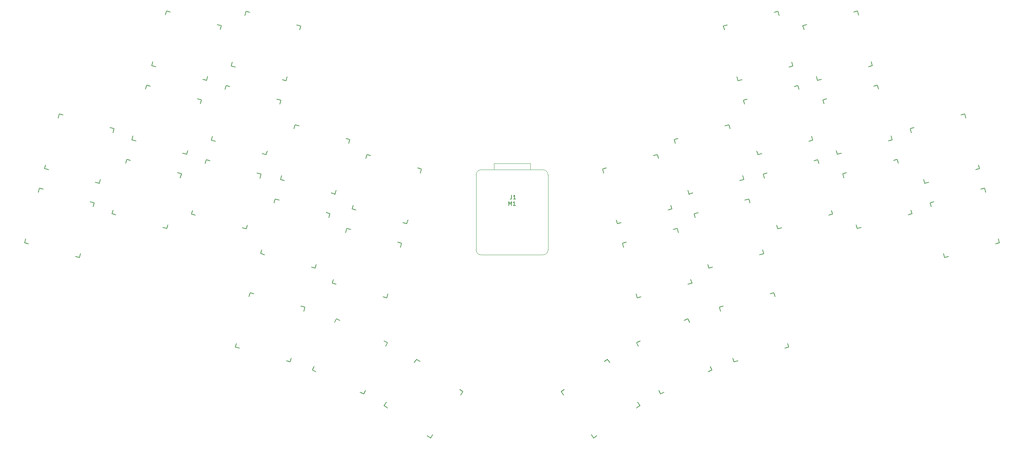
<source format=gbr>
%TF.GenerationSoftware,KiCad,Pcbnew,(6.0.0)*%
%TF.CreationDate,2022-07-11T00:19:46-07:00*%
%TF.ProjectId,greenthumb,67726565-6e74-4687-956d-622e6b696361,rev?*%
%TF.SameCoordinates,Original*%
%TF.FileFunction,Legend,Top*%
%TF.FilePolarity,Positive*%
%FSLAX46Y46*%
G04 Gerber Fmt 4.6, Leading zero omitted, Abs format (unit mm)*
G04 Created by KiCad (PCBNEW (6.0.0)) date 2022-07-11 00:19:46*
%MOMM*%
%LPD*%
G01*
G04 APERTURE LIST*
%ADD10C,0.150000*%
%ADD11C,0.120000*%
G04 APERTURE END LIST*
D10*
%TO.C,*%
%TO.C,J1*%
X148813978Y-74599121D02*
X148813978Y-75313407D01*
X148766359Y-75456264D01*
X148671121Y-75551502D01*
X148528264Y-75599121D01*
X148433026Y-75599121D01*
X149813978Y-75599121D02*
X149242550Y-75599121D01*
X149528264Y-75599121D02*
X149528264Y-74599121D01*
X149433026Y-74741979D01*
X149337788Y-74837217D01*
X149242550Y-74884836D01*
%TO.C,*%
%TO.C,M1*%
X148107790Y-77163122D02*
X148107790Y-76163122D01*
X148441123Y-76877408D01*
X148774456Y-76163122D01*
X148774456Y-77163122D01*
X149774456Y-77163122D02*
X149203028Y-77163122D01*
X149488742Y-77163122D02*
X149488742Y-76163122D01*
X149393504Y-76305980D01*
X149298266Y-76401218D01*
X149203028Y-76448837D01*
%TO.C,SW22*%
X63579501Y-82873378D02*
X62613576Y-82614559D01*
X50056540Y-79249911D02*
X50315359Y-78283986D01*
X53421187Y-66692876D02*
X53680007Y-65726950D01*
X62613576Y-82614559D02*
X63579501Y-82873378D01*
X54645932Y-65985769D02*
X53680007Y-65726950D01*
X67202968Y-69350417D02*
X66237042Y-69091597D01*
X63838321Y-81907452D02*
X63579501Y-82873378D01*
X50056540Y-79249911D02*
X51022466Y-79508731D01*
X67202968Y-69350417D02*
X66944149Y-70316342D01*
%TO.C,SW33*%
X97696492Y-102367753D02*
X97437673Y-103333678D01*
X94073025Y-115890714D02*
X93107100Y-115631895D01*
X83914711Y-99710212D02*
X84173531Y-98744286D01*
X80550064Y-112267247D02*
X80808883Y-111301322D01*
X94331845Y-114924788D02*
X94073025Y-115890714D01*
X80550064Y-112267247D02*
X81515990Y-112526067D01*
X85139456Y-99003105D02*
X84173531Y-98744286D01*
X97696492Y-102367753D02*
X96730566Y-102108933D01*
X93107100Y-115631895D02*
X94073025Y-115890714D01*
%TO.C,SW23*%
X86849645Y-69438345D02*
X85883719Y-69179525D01*
X83226178Y-82961306D02*
X82260253Y-82702487D01*
X83484998Y-81995380D02*
X83226178Y-82961306D01*
X69703217Y-79337839D02*
X69962036Y-78371914D01*
X82260253Y-82702487D02*
X83226178Y-82961306D01*
X69703217Y-79337839D02*
X70669143Y-79596659D01*
X74292609Y-66073697D02*
X73326684Y-65814878D01*
X73067864Y-66780804D02*
X73326684Y-65814878D01*
X86849645Y-69438345D02*
X86590826Y-70404270D01*
%TO.C,SW35*%
X124750748Y-116069982D02*
X125324325Y-115250830D01*
X117294255Y-126718958D02*
X117867831Y-125899806D01*
X128762383Y-134749028D02*
X127943231Y-134175452D01*
X117294255Y-126718958D02*
X118113407Y-127292535D01*
X129335960Y-133929876D02*
X128762383Y-134749028D01*
X127943231Y-134175452D02*
X128762383Y-134749028D01*
X126143477Y-115824406D02*
X125324325Y-115250830D01*
X136792453Y-123280900D02*
X135973301Y-122707323D01*
X136792453Y-123280900D02*
X136218877Y-124100052D01*
%TO.C,SW25*%
X109056658Y-83153265D02*
X108090733Y-82894446D01*
X121613694Y-86517913D02*
X121354875Y-87483838D01*
X121613694Y-86517913D02*
X120647768Y-86259093D01*
X107831913Y-83860372D02*
X108090733Y-82894446D01*
X104467266Y-96417407D02*
X104726085Y-95451482D01*
X117990227Y-100040874D02*
X117024302Y-99782055D01*
X118249047Y-99074948D02*
X117990227Y-100040874D01*
X104467266Y-96417407D02*
X105433192Y-96676227D01*
X117024302Y-99782055D02*
X117990227Y-100040874D01*
%TO.C,SW21*%
X42250493Y-89063959D02*
X41991673Y-90029885D01*
X45615140Y-76506924D02*
X45356321Y-77472849D01*
X31833359Y-73849383D02*
X32092179Y-72883457D01*
X41991673Y-90029885D02*
X41025748Y-89771066D01*
X41025748Y-89771066D02*
X41991673Y-90029885D01*
X28468712Y-86406418D02*
X29434638Y-86665238D01*
X33058104Y-73142276D02*
X32092179Y-72883457D01*
X45615140Y-76506924D02*
X44649214Y-76248104D01*
X28468712Y-86406418D02*
X28727531Y-85440493D01*
%TO.C,SW14*%
X105202244Y-74355908D02*
X104236319Y-74097089D01*
X91679283Y-70732441D02*
X91938102Y-69766516D01*
X105461064Y-73389982D02*
X105202244Y-74355908D01*
X104236319Y-74097089D02*
X105202244Y-74355908D01*
X108825711Y-60832947D02*
X107859785Y-60574127D01*
X96268675Y-57468299D02*
X95302750Y-57209480D01*
X95043930Y-58175406D02*
X95302750Y-57209480D01*
X91679283Y-70732441D02*
X92645209Y-70991261D01*
X108825711Y-60832947D02*
X108566892Y-61798872D01*
%TO.C,SW34*%
X99554338Y-117885755D02*
X100460645Y-118308373D01*
X112665265Y-122896103D02*
X112242647Y-123802410D01*
X118159302Y-111114101D02*
X117252995Y-110691483D01*
X118159302Y-111114101D02*
X117736684Y-112020409D01*
X99554338Y-117885755D02*
X99976956Y-116979447D01*
X106377301Y-105620064D02*
X105470993Y-105197446D01*
X112242647Y-123802410D02*
X111336339Y-123379792D01*
X111336339Y-123379792D02*
X112242647Y-123802410D01*
X105048375Y-106103753D02*
X105470993Y-105197446D01*
%TO.C,SW24*%
X99318755Y-92449675D02*
X100284680Y-92708494D01*
X86761719Y-89085027D02*
X87020538Y-88119102D01*
X91351111Y-75820885D02*
X90385186Y-75562066D01*
X90126366Y-76527992D02*
X90385186Y-75562066D01*
X103908147Y-79185533D02*
X103649328Y-80151458D01*
X100543500Y-91742568D02*
X100284680Y-92708494D01*
X86761719Y-89085027D02*
X87727645Y-89343847D01*
X100284680Y-92708494D02*
X99318755Y-92449675D01*
X103908147Y-79185533D02*
X102942221Y-78926713D01*
%TO.C,SW12*%
X59563492Y-47633174D02*
X58597567Y-47374355D01*
X58338747Y-48340281D02*
X58597567Y-47374355D01*
X72120528Y-50997822D02*
X71861709Y-51963747D01*
X67531136Y-64261964D02*
X68497061Y-64520783D01*
X68755881Y-63554857D02*
X68497061Y-64520783D01*
X54974100Y-60897316D02*
X55232919Y-59931391D01*
X72120528Y-50997822D02*
X71154602Y-50739002D01*
X68497061Y-64520783D02*
X67531136Y-64261964D01*
X54974100Y-60897316D02*
X55940026Y-61156136D01*
%TO.C,SW3*%
X92095383Y-45997302D02*
X93061308Y-46256121D01*
X79538347Y-42632654D02*
X79797166Y-41666729D01*
X93320128Y-45290195D02*
X93061308Y-46256121D01*
X79538347Y-42632654D02*
X80504273Y-42891474D01*
X82902994Y-30075619D02*
X83161814Y-29109693D01*
X96684775Y-32733160D02*
X95718849Y-32474340D01*
X84127739Y-29368512D02*
X83161814Y-29109693D01*
X96684775Y-32733160D02*
X96425956Y-33699085D01*
X93061308Y-46256121D02*
X92095383Y-45997302D01*
%TO.C,SW15*%
X121941862Y-81429465D02*
X122907787Y-81688284D01*
X109384826Y-78064817D02*
X109643645Y-77098892D01*
X123166607Y-80722358D02*
X122907787Y-81688284D01*
X126531254Y-68165323D02*
X125565328Y-67906503D01*
X109384826Y-78064817D02*
X110350752Y-78323637D01*
X122907787Y-81688284D02*
X121941862Y-81429465D01*
X112749473Y-65507782D02*
X113008293Y-64541856D01*
X126531254Y-68165323D02*
X126272435Y-69131248D01*
X113974218Y-64800675D02*
X113008293Y-64541856D01*
%TO.C,SW13*%
X88402563Y-63642784D02*
X88143743Y-64608710D01*
X87177818Y-64349891D02*
X88143743Y-64608710D01*
X74620782Y-60985243D02*
X75586708Y-61244063D01*
X88143743Y-64608710D02*
X87177818Y-64349891D01*
X74620782Y-60985243D02*
X74879601Y-60019318D01*
X91767210Y-51085749D02*
X91508391Y-52051674D01*
X91767210Y-51085749D02*
X90801284Y-50826929D01*
X79210174Y-47721101D02*
X78244249Y-47462282D01*
X77985429Y-48428208D02*
X78244249Y-47462282D01*
%TO.C,SW2*%
X77038090Y-32645240D02*
X76072164Y-32386420D01*
X64481054Y-29280592D02*
X63515129Y-29021773D01*
X72448698Y-45909382D02*
X73414623Y-46168201D01*
X73673443Y-45202275D02*
X73414623Y-46168201D01*
X77038090Y-32645240D02*
X76779271Y-33611165D01*
X73414623Y-46168201D02*
X72448698Y-45909382D01*
X59891662Y-42544734D02*
X60857588Y-42803554D01*
X59891662Y-42544734D02*
X60150481Y-41578809D01*
X63256309Y-29987699D02*
X63515129Y-29021773D01*
%TO.C,SW11*%
X33386275Y-68053825D02*
X33645094Y-67087900D01*
X47168056Y-70711366D02*
X46909236Y-71677292D01*
X45943311Y-71418473D02*
X46909236Y-71677292D01*
X37975667Y-54789683D02*
X37009742Y-54530864D01*
X50532703Y-58154331D02*
X50273884Y-59120256D01*
X36750922Y-55496790D02*
X37009742Y-54530864D01*
X50532703Y-58154331D02*
X49566777Y-57895511D01*
X33386275Y-68053825D02*
X34352201Y-68312645D01*
X46909236Y-71677292D02*
X45943311Y-71418473D01*
%TO.C,SW36*%
X172497081Y-115253099D02*
X173070658Y-116072251D01*
X161602529Y-124102321D02*
X161028953Y-123283169D01*
X172497081Y-115253099D02*
X171677929Y-115826675D01*
X161848105Y-122709592D02*
X161028953Y-123283169D01*
X179707999Y-127294804D02*
X180527151Y-126721227D01*
X169059023Y-134751297D02*
X169878175Y-134177721D01*
X180527151Y-126721227D02*
X179707999Y-127294804D01*
X179953575Y-125902075D02*
X180527151Y-126721227D01*
X169059023Y-134751297D02*
X168485446Y-133932145D01*
%TO.C,SW29*%
X247764866Y-79252185D02*
X246798940Y-79511005D01*
X234241905Y-82875652D02*
X235207830Y-82616833D01*
X234241905Y-82875652D02*
X233983085Y-81909726D01*
X246798940Y-79511005D02*
X247764866Y-79252185D01*
X244141399Y-65729224D02*
X244400219Y-66695150D01*
X231584364Y-69093871D02*
X230618438Y-69352691D01*
X244141399Y-65729224D02*
X243175474Y-65988043D01*
X247506047Y-78286260D02*
X247764866Y-79252185D01*
X230877257Y-70318616D02*
X230618438Y-69352691D01*
%TO.C,SW37*%
X180568412Y-110693753D02*
X179662105Y-111116371D01*
X198267069Y-117888025D02*
X197360762Y-118310643D01*
X197360762Y-118310643D02*
X198267069Y-117888025D01*
X185578760Y-123804680D02*
X185156142Y-122898373D01*
X197844451Y-116981717D02*
X198267069Y-117888025D01*
X180084723Y-112022679D02*
X179662105Y-111116371D01*
X192350414Y-105199716D02*
X192773032Y-106106023D01*
X185578760Y-123804680D02*
X186485068Y-123382062D01*
X192350414Y-105199716D02*
X191444106Y-105622334D01*
%TO.C,SW38*%
X213647873Y-98746564D02*
X212681948Y-99005383D01*
X213647873Y-98746564D02*
X213906693Y-99712490D01*
X203748379Y-115892992D02*
X204714304Y-115634173D01*
X217271340Y-112269525D02*
X216305414Y-112528345D01*
X216305414Y-112528345D02*
X217271340Y-112269525D01*
X217012521Y-111303600D02*
X217271340Y-112269525D01*
X203748379Y-115892992D02*
X203489559Y-114927066D01*
X201090838Y-102111211D02*
X200124912Y-102370031D01*
X200383731Y-103335956D02*
X200124912Y-102370031D01*
%TO.C,SW30*%
X253172195Y-76250383D02*
X252206269Y-76509203D01*
X265729230Y-72885736D02*
X264763305Y-73144555D01*
X268386771Y-86667517D02*
X269352697Y-86408697D01*
X255829736Y-90032164D02*
X256795661Y-89773345D01*
X265729230Y-72885736D02*
X265988050Y-73851662D01*
X269093878Y-85442772D02*
X269352697Y-86408697D01*
X269352697Y-86408697D02*
X268386771Y-86667517D01*
X255829736Y-90032164D02*
X255570916Y-89066238D01*
X252465088Y-77475128D02*
X252206269Y-76509203D01*
%TO.C,SW26*%
X193095323Y-95453759D02*
X193354142Y-96419684D01*
X176466533Y-87486115D02*
X176207714Y-86520190D01*
X193354142Y-96419684D02*
X192388216Y-96678504D01*
X179831181Y-100043151D02*
X180797106Y-99784332D01*
X189730675Y-82896723D02*
X189989495Y-83862649D01*
X192388216Y-96678504D02*
X193354142Y-96419684D01*
X179831181Y-100043151D02*
X179572361Y-99077225D01*
X177173640Y-86261370D02*
X176207714Y-86520190D01*
X189730675Y-82896723D02*
X188764750Y-83155542D01*
%TO.C,SW27*%
X194879185Y-78928992D02*
X193913259Y-79187812D01*
X207436220Y-75564345D02*
X207695040Y-76530271D01*
X197536726Y-92710773D02*
X198502651Y-92451954D01*
X194172078Y-80153737D02*
X193913259Y-79187812D01*
X210800868Y-88121381D02*
X211059687Y-89087306D01*
X210093761Y-89346126D02*
X211059687Y-89087306D01*
X207436220Y-75564345D02*
X206470295Y-75823164D01*
X197536726Y-92710773D02*
X197277906Y-91744847D01*
X211059687Y-89087306D02*
X210093761Y-89346126D01*
%TO.C,SW28*%
X214595220Y-82963580D02*
X215561145Y-82704761D01*
X211230572Y-70406544D02*
X210971753Y-69440619D01*
X214595220Y-82963580D02*
X214336400Y-81997654D01*
X227859362Y-78374188D02*
X228118181Y-79340113D01*
X224494714Y-65817152D02*
X224753534Y-66783078D01*
X224494714Y-65817152D02*
X223528789Y-66075971D01*
X211937679Y-69181799D02*
X210971753Y-69440619D01*
X228118181Y-79340113D02*
X227152255Y-79598933D01*
X227152255Y-79598933D02*
X228118181Y-79340113D01*
%TO.C,SW20*%
X264176307Y-67090178D02*
X264435126Y-68056103D01*
X250912165Y-71679570D02*
X251878090Y-71420751D01*
X247547517Y-59122534D02*
X247288698Y-58156609D01*
X250912165Y-71679570D02*
X250653345Y-70713644D01*
X260811659Y-54533142D02*
X261070479Y-55499068D01*
X263469200Y-68314923D02*
X264435126Y-68056103D01*
X248254624Y-57897789D02*
X247288698Y-58156609D01*
X264435126Y-68056103D02*
X263469200Y-68314923D01*
X260811659Y-54533142D02*
X259845734Y-54791961D01*
%TO.C,SW9*%
X234306276Y-29024042D02*
X233340351Y-29282861D01*
X236963817Y-42805823D02*
X237929743Y-42547003D01*
X221042134Y-33613434D02*
X220783315Y-32647509D01*
X224406782Y-46170470D02*
X224147962Y-45204544D01*
X237929743Y-42547003D02*
X236963817Y-42805823D01*
X234306276Y-29024042D02*
X234565096Y-29989968D01*
X221749241Y-32388689D02*
X220783315Y-32647509D01*
X237670924Y-41581078D02*
X237929743Y-42547003D01*
X224406782Y-46170470D02*
X225372707Y-45911651D01*
%TO.C,SW8*%
X204760093Y-46258405D02*
X205726018Y-45999586D01*
X204760093Y-46258405D02*
X204501273Y-45292479D01*
X202102552Y-32476624D02*
X201136626Y-32735444D01*
X217317128Y-42893758D02*
X218283054Y-42634938D01*
X218024235Y-41669013D02*
X218283054Y-42634938D01*
X214659587Y-29111977D02*
X214918407Y-30077903D01*
X218283054Y-42634938D02*
X217317128Y-42893758D01*
X214659587Y-29111977D02*
X213693662Y-29370796D01*
X201395445Y-33701369D02*
X201136626Y-32735444D01*
%TO.C,SW16*%
X174913623Y-81690565D02*
X175879548Y-81431746D01*
X188177765Y-77101173D02*
X188436584Y-78067098D01*
X184813117Y-64544137D02*
X183847192Y-64802956D01*
X174913623Y-81690565D02*
X174654803Y-80724639D01*
X187470658Y-78325918D02*
X188436584Y-78067098D01*
X184813117Y-64544137D02*
X185071937Y-65510063D01*
X188436584Y-78067098D02*
X187470658Y-78325918D01*
X171548975Y-69133529D02*
X171290156Y-68167604D01*
X172256082Y-67908784D02*
X171290156Y-68167604D01*
%TO.C,SW19*%
X229324340Y-64523065D02*
X229065520Y-63557139D01*
X239223834Y-47376637D02*
X239482654Y-48342563D01*
X226666799Y-50741284D02*
X225700873Y-51000104D01*
X239223834Y-47376637D02*
X238257909Y-47635456D01*
X229324340Y-64523065D02*
X230290265Y-64264246D01*
X242847301Y-60899598D02*
X241881375Y-61158418D01*
X225959692Y-51966029D02*
X225700873Y-51000104D01*
X242588482Y-59933673D02*
X242847301Y-60899598D01*
X241881375Y-61158418D02*
X242847301Y-60899598D01*
%TO.C,SW17*%
X202518652Y-57211760D02*
X202777472Y-58177686D01*
X202518652Y-57211760D02*
X201552727Y-57470579D01*
X192619158Y-74358188D02*
X193585083Y-74099369D01*
X206142119Y-70734721D02*
X205176193Y-70993541D01*
X192619158Y-74358188D02*
X192360338Y-73392262D01*
X205883300Y-69768796D02*
X206142119Y-70734721D01*
X205176193Y-70993541D02*
X206142119Y-70734721D01*
X189254510Y-61801152D02*
X188995691Y-60835227D01*
X189961617Y-60576407D02*
X188995691Y-60835227D01*
%TO.C,SW18*%
X222941799Y-60021602D02*
X223200618Y-60987527D01*
X223200618Y-60987527D02*
X222234692Y-61246347D01*
X209677657Y-64610994D02*
X210643582Y-64352175D01*
X219577151Y-47464566D02*
X219835971Y-48430492D01*
X207020116Y-50829213D02*
X206054190Y-51088033D01*
X206313009Y-52053958D02*
X206054190Y-51088033D01*
X222234692Y-61246347D02*
X223200618Y-60987527D01*
X209677657Y-64610994D02*
X209418837Y-63645068D01*
X219577151Y-47464566D02*
X218611226Y-47723385D01*
D11*
%TO.C,M1*%
X157807314Y-69598742D02*
X157807314Y-88140742D01*
X140027314Y-88140742D02*
X140027314Y-69598742D01*
X156537314Y-89410742D02*
X141297314Y-89410742D01*
X141297314Y-68328742D02*
X156537314Y-68328742D01*
X144417314Y-68328742D02*
X153417314Y-68328742D01*
X153417314Y-68328742D02*
X153417314Y-66804742D01*
X153417314Y-66804742D02*
X144417314Y-66804742D01*
X144417314Y-66804742D02*
X144417314Y-68328742D01*
X157807314Y-69598742D02*
G75*
G03*
X156537314Y-68328742I-1269999J1D01*
G01*
X141297314Y-68328742D02*
G75*
G03*
X140027314Y-69598742I-1J-1269999D01*
G01*
X140027314Y-88140742D02*
G75*
G03*
X141297314Y-89410742I1269999J-1D01*
G01*
X156537314Y-89410742D02*
G75*
G03*
X157807314Y-88140742I1J1269999D01*
G01*
%TD*%
M02*

</source>
